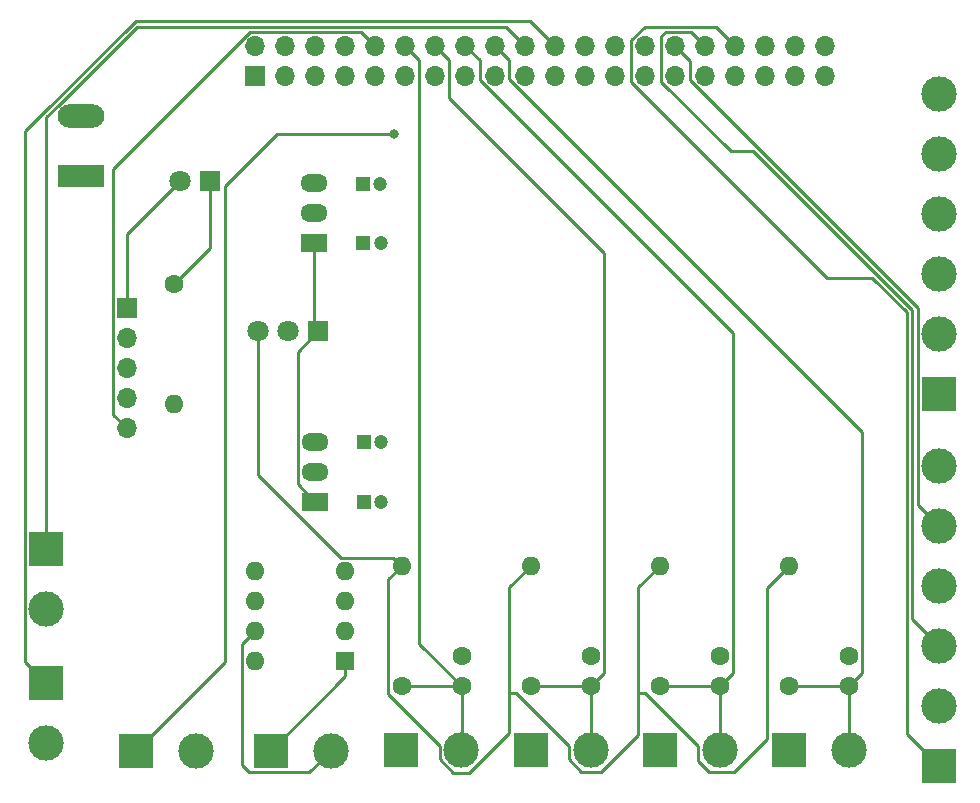
<source format=gtl>
%TF.GenerationSoftware,KiCad,Pcbnew,6.0.5*%
%TF.CreationDate,2022-06-15T21:06:14+00:00*%
%TF.ProjectId,MicroBot - connector board,4d696372-6f42-46f7-9420-2d20636f6e6e,rev?*%
%TF.SameCoordinates,Original*%
%TF.FileFunction,Copper,L1,Top*%
%TF.FilePolarity,Positive*%
%FSLAX46Y46*%
G04 Gerber Fmt 4.6, Leading zero omitted, Abs format (unit mm)*
G04 Created by KiCad (PCBNEW 6.0.5) date 2022-06-15 21:06:14*
%MOMM*%
%LPD*%
G01*
G04 APERTURE LIST*
%TA.AperFunction,ComponentPad*%
%ADD10C,1.600000*%
%TD*%
%TA.AperFunction,ComponentPad*%
%ADD11R,3.000000X3.000000*%
%TD*%
%TA.AperFunction,ComponentPad*%
%ADD12C,3.000000*%
%TD*%
%TA.AperFunction,ComponentPad*%
%ADD13R,1.700000X1.700000*%
%TD*%
%TA.AperFunction,ComponentPad*%
%ADD14O,1.700000X1.700000*%
%TD*%
%TA.AperFunction,ComponentPad*%
%ADD15R,3.960000X1.980000*%
%TD*%
%TA.AperFunction,ComponentPad*%
%ADD16O,3.960000X1.980000*%
%TD*%
%TA.AperFunction,ComponentPad*%
%ADD17R,1.800000X1.800000*%
%TD*%
%TA.AperFunction,ComponentPad*%
%ADD18C,1.800000*%
%TD*%
%TA.AperFunction,ComponentPad*%
%ADD19O,1.600000X1.600000*%
%TD*%
%TA.AperFunction,ComponentPad*%
%ADD20R,1.200000X1.200000*%
%TD*%
%TA.AperFunction,ComponentPad*%
%ADD21C,1.200000*%
%TD*%
%TA.AperFunction,ComponentPad*%
%ADD22R,2.300000X1.500000*%
%TD*%
%TA.AperFunction,ComponentPad*%
%ADD23O,2.300000X1.500000*%
%TD*%
%TA.AperFunction,ComponentPad*%
%ADD24R,1.600000X1.600000*%
%TD*%
%TA.AperFunction,ViaPad*%
%ADD25C,0.800000*%
%TD*%
%TA.AperFunction,Conductor*%
%ADD26C,0.250000*%
%TD*%
G04 APERTURE END LIST*
D10*
X138448489Y-119628989D03*
X138448489Y-122128989D03*
D11*
X133344489Y-127577989D03*
D12*
X138424489Y-127577989D03*
D13*
X120990989Y-70485000D03*
D14*
X120990989Y-67945000D03*
X123530989Y-70485000D03*
X123530989Y-67945000D03*
X126070989Y-70485000D03*
X126070989Y-67945000D03*
X128610989Y-70485000D03*
X128610989Y-67945000D03*
X131150989Y-70485000D03*
X131150989Y-67945000D03*
X133690989Y-70485000D03*
X133690989Y-67945000D03*
X136230989Y-70485000D03*
X136230989Y-67945000D03*
X138770989Y-70485000D03*
X138770989Y-67945000D03*
X141310989Y-70485000D03*
X141310989Y-67945000D03*
X143850989Y-70485000D03*
X143850989Y-67945000D03*
X146390989Y-70485000D03*
X146390989Y-67945000D03*
X148930989Y-70485000D03*
X148930989Y-67945000D03*
X151470989Y-70485000D03*
X151470989Y-67945000D03*
X154010989Y-70485000D03*
X154010989Y-67945000D03*
X156550989Y-70485000D03*
X156550989Y-67945000D03*
X159090989Y-70485000D03*
X159090989Y-67945000D03*
X161630989Y-70485000D03*
X161630989Y-67945000D03*
X164170989Y-70485000D03*
X164170989Y-67945000D03*
X166710989Y-70485000D03*
X166710989Y-67945000D03*
X169250989Y-70485000D03*
X169250989Y-67945000D03*
D15*
X106253989Y-78965000D03*
D16*
X106253989Y-73885000D03*
D17*
X117175000Y-79400000D03*
D18*
X114635000Y-79400000D03*
D11*
X103300000Y-121900000D03*
D12*
X103300000Y-126980000D03*
D11*
X178897989Y-97427489D03*
D12*
X178897989Y-92347489D03*
X178897989Y-87267489D03*
X178897989Y-82187489D03*
X178897989Y-77107489D03*
X178897989Y-72027489D03*
D11*
X103300000Y-110500000D03*
D12*
X103300000Y-115580000D03*
D17*
X126324989Y-92094489D03*
D18*
X123784989Y-92094489D03*
X121244989Y-92094489D03*
D11*
X110900000Y-127600000D03*
D12*
X115980000Y-127600000D03*
D11*
X122300000Y-127600000D03*
D12*
X127380000Y-127600000D03*
D11*
X144290489Y-127577989D03*
D12*
X149370489Y-127577989D03*
D10*
X114100000Y-88120000D03*
D19*
X114100000Y-98280000D03*
D20*
X130169390Y-106571489D03*
D21*
X131669390Y-106571489D03*
D10*
X133368489Y-122128989D03*
D19*
X133368489Y-111968989D03*
D10*
X144290489Y-122128989D03*
D19*
X144290489Y-111968989D03*
D13*
X110145989Y-90170000D03*
D14*
X110145989Y-92710000D03*
X110145989Y-95250000D03*
X110145989Y-97790000D03*
X110145989Y-100330000D03*
D11*
X166134489Y-127577989D03*
D12*
X171214489Y-127577989D03*
D10*
X160292489Y-119628989D03*
X160292489Y-122128989D03*
X149370489Y-119628989D03*
X149370489Y-122128989D03*
X171214489Y-119628989D03*
X171214489Y-122128989D03*
X166134489Y-122128989D03*
D19*
X166134489Y-111968989D03*
D10*
X155212489Y-122128989D03*
D19*
X155212489Y-111968989D03*
D22*
X126065989Y-106532088D03*
D23*
X126065989Y-103992088D03*
X126065989Y-101452088D03*
D20*
X130169390Y-101491489D03*
D21*
X131669390Y-101491489D03*
D24*
X128595989Y-120023489D03*
D19*
X128595989Y-117483489D03*
X128595989Y-114943489D03*
X128595989Y-112403489D03*
X120975989Y-112403489D03*
X120975989Y-114943489D03*
X120975989Y-117483489D03*
X120975989Y-120023489D03*
D22*
X125987489Y-84634489D03*
D23*
X125987489Y-82094489D03*
X125987489Y-79554489D03*
D20*
X130075489Y-79593890D03*
D21*
X131575489Y-79593890D03*
D11*
X178897989Y-128923489D03*
D12*
X178897989Y-123843489D03*
X178897989Y-118763489D03*
X178897989Y-113683489D03*
X178897989Y-108603489D03*
X178897989Y-103523489D03*
D11*
X155212489Y-127577989D03*
D12*
X160292489Y-127577989D03*
D20*
X130090890Y-84634489D03*
D21*
X131590890Y-84634489D03*
D25*
X132700000Y-75400000D03*
D26*
X110900000Y-127600000D02*
X118399511Y-120100489D01*
X118399511Y-119388631D02*
X118399511Y-79817489D01*
X132700000Y-75400000D02*
X122817000Y-75400000D01*
X118399511Y-120100489D02*
X118399511Y-119388631D01*
X118399511Y-79817489D02*
X122817000Y-75400000D01*
X108971478Y-93071478D02*
X108900000Y-93000000D01*
X120504490Y-66770489D02*
X129976478Y-66770489D01*
X129976478Y-66770489D02*
X131150989Y-67945000D01*
X108900000Y-78374979D02*
X120504490Y-66770489D01*
X108971478Y-99155489D02*
X108971478Y-93071478D01*
X108900000Y-93000000D02*
X108900000Y-78374979D01*
X110145989Y-100330000D02*
X108971478Y-99155489D01*
X133368489Y-122128989D02*
X138448489Y-122128989D01*
X134865500Y-118546000D02*
X134865500Y-69119511D01*
X134865500Y-69119511D02*
X133690989Y-67945000D01*
X138448489Y-122128989D02*
X138448489Y-127553989D01*
X138448489Y-127553989D02*
X138424489Y-127577989D01*
X138448489Y-122128989D02*
X134865500Y-118546000D01*
X150495000Y-85437023D02*
X137405500Y-72347523D01*
X144290489Y-122128989D02*
X149370489Y-122128989D01*
X137405500Y-72347523D02*
X137405500Y-69119511D01*
X137405500Y-69119511D02*
X136230989Y-67945000D01*
X149370489Y-122128989D02*
X150495000Y-121004478D01*
X150495000Y-121004478D02*
X150495000Y-85437023D01*
X149370489Y-122128989D02*
X149370489Y-127577989D01*
X140000000Y-70835021D02*
X140000000Y-69174011D01*
X161417000Y-121004478D02*
X161417000Y-92252021D01*
X155212489Y-122128989D02*
X160292489Y-122128989D01*
X160292489Y-122128989D02*
X160292489Y-127577989D01*
X161417000Y-92252021D02*
X140000000Y-70835021D01*
X140000000Y-69174011D02*
X138770989Y-67945000D01*
X160292489Y-122128989D02*
X161417000Y-121004478D01*
X171214489Y-122128989D02*
X171214489Y-127577989D01*
X142485500Y-69119511D02*
X141310989Y-67945000D01*
X172339000Y-100639000D02*
X142485500Y-70785500D01*
X166134489Y-122128989D02*
X171214489Y-122128989D01*
X171214489Y-122128989D02*
X172339000Y-121004478D01*
X172339000Y-121004478D02*
X172339000Y-100639000D01*
X142485500Y-70785500D02*
X142485500Y-69119511D01*
X142205989Y-66300000D02*
X143850989Y-67945000D01*
X103300000Y-110500000D02*
X103300000Y-73989977D01*
X103900000Y-73389977D02*
X104344988Y-72944988D01*
X103300000Y-73989977D02*
X104344988Y-72944988D01*
X104344988Y-72944988D02*
X110989977Y-66300000D01*
X110989977Y-66300000D02*
X142205989Y-66300000D01*
X110854260Y-65800000D02*
X144245989Y-65800000D01*
X101475489Y-120075489D02*
X101475489Y-75178771D01*
X101475489Y-75178771D02*
X102677130Y-73977130D01*
X103300000Y-121900000D02*
X101475489Y-120075489D01*
X102677130Y-73977130D02*
X110854260Y-65800000D01*
X144245989Y-65800000D02*
X146390989Y-67945000D01*
X178897989Y-108603489D02*
X177073478Y-106778978D01*
X177073478Y-106778978D02*
X177073478Y-90128499D01*
X157800000Y-70855021D02*
X157800000Y-69194011D01*
X177073478Y-90128499D02*
X157800000Y-70855021D01*
X157800000Y-69194011D02*
X156550989Y-67945000D01*
X163154630Y-76845369D02*
X161250348Y-76845369D01*
X176604630Y-90295369D02*
X163154630Y-76845369D01*
X155376478Y-67123522D02*
X155729511Y-66770489D01*
X178897989Y-118763489D02*
X176604630Y-116470130D01*
X161250348Y-76845369D02*
X155376478Y-70971499D01*
X155376478Y-70971499D02*
X155376478Y-67123522D01*
X155729511Y-66770489D02*
X157916478Y-66770489D01*
X176604630Y-116470130D02*
X176604630Y-90295369D01*
X157916478Y-66770489D02*
X159090989Y-67945000D01*
X176155110Y-126180610D02*
X176155110Y-90481567D01*
X173236771Y-87563228D02*
X169428207Y-87563228D01*
X153974010Y-66320969D02*
X160006958Y-66320969D01*
X178897989Y-128923489D02*
X176155110Y-126180610D01*
X176155110Y-90481567D02*
X173236771Y-87563228D01*
X152836478Y-67458501D02*
X153974010Y-66320969D01*
X152836478Y-70971499D02*
X152836478Y-67458501D01*
X160006958Y-66320969D02*
X161630989Y-67945000D01*
X169428207Y-87563228D02*
X152836478Y-70971499D01*
X132243978Y-122843978D02*
X136599978Y-127199978D01*
X150297500Y-129402500D02*
X153387978Y-126312022D01*
X147545978Y-127184456D02*
X147545978Y-128345978D01*
X158467978Y-127184456D02*
X158467978Y-128467978D01*
X136599978Y-127199978D02*
X136599978Y-128333727D01*
X133368489Y-111968989D02*
X132243978Y-113093500D01*
X143095544Y-122734022D02*
X147545978Y-127184456D01*
X164300000Y-126600000D02*
X164300000Y-113803478D01*
X161497500Y-129402500D02*
X164300000Y-126600000D01*
X128263857Y-111278978D02*
X132678478Y-111278978D01*
X139100000Y-129500000D02*
X142465978Y-126134022D01*
X142465978Y-126134022D02*
X142465978Y-122734022D01*
X110145989Y-90170000D02*
X110145989Y-83889011D01*
X137766251Y-129500000D02*
X139100000Y-129500000D01*
X148602500Y-129402500D02*
X150297500Y-129402500D01*
X158467978Y-128467978D02*
X159402500Y-129402500D01*
X142465978Y-113793500D02*
X144290489Y-111968989D01*
X153387978Y-122687978D02*
X153387978Y-113793500D01*
X142465978Y-122734022D02*
X142465978Y-113793500D01*
X153387978Y-113793500D02*
X155212489Y-111968989D01*
X142465978Y-122734022D02*
X143095544Y-122734022D01*
X121244989Y-104260110D02*
X128263857Y-111278978D01*
X153387978Y-122687978D02*
X153971500Y-122687978D01*
X136599978Y-128333727D02*
X137766251Y-129500000D01*
X132243978Y-113093500D02*
X132243978Y-122843978D01*
X110145989Y-83889011D02*
X114635000Y-79400000D01*
X121244989Y-92094489D02*
X121244989Y-104260110D01*
X153387978Y-126312022D02*
X153387978Y-122687978D01*
X159402500Y-129402500D02*
X161497500Y-129402500D01*
X132678478Y-111278978D02*
X133368489Y-111968989D01*
X153971500Y-122687978D02*
X158467978Y-127184456D01*
X164300000Y-113803478D02*
X166134489Y-111968989D01*
X147545978Y-128345978D02*
X148602500Y-129402500D01*
X122300000Y-127600000D02*
X128595989Y-121304011D01*
X128595989Y-121304011D02*
X128595989Y-120023489D01*
X125555489Y-129424511D02*
X120475489Y-129424511D01*
X119851478Y-128800500D02*
X119851478Y-118608000D01*
X127380000Y-127600000D02*
X125555489Y-129424511D01*
X119851478Y-118608000D02*
X120975989Y-117483489D01*
X120475489Y-129424511D02*
X119851478Y-128800500D01*
X126324989Y-92094489D02*
X124591469Y-93828009D01*
X124591469Y-93828009D02*
X124591469Y-105057568D01*
X126324989Y-92094489D02*
X125987489Y-91756989D01*
X124591469Y-105057568D02*
X126065989Y-106532088D01*
X125987489Y-91756989D02*
X125987489Y-84634489D01*
X117175000Y-85045000D02*
X114100000Y-88120000D01*
X117175000Y-79400000D02*
X117175000Y-85045000D01*
M02*

</source>
